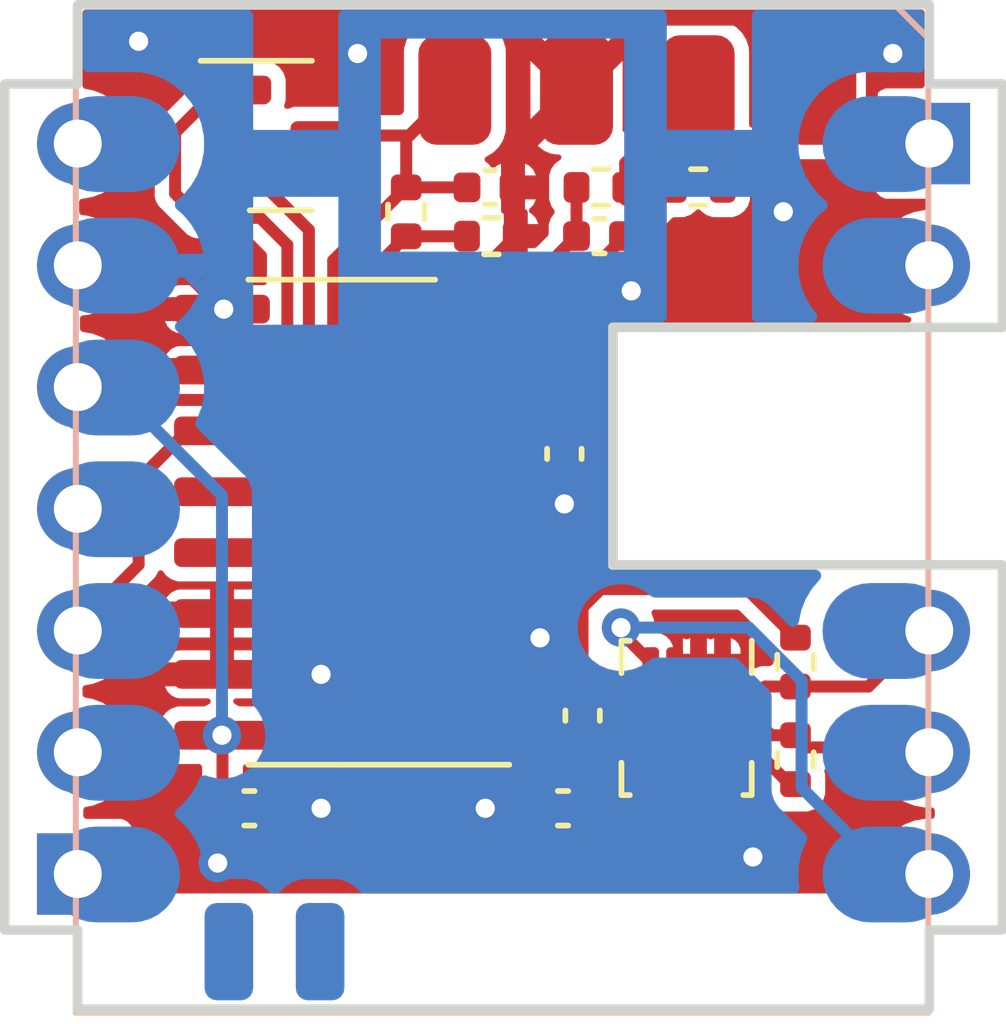
<source format=kicad_pcb>
(kicad_pcb (version 20221018) (generator pcbnew)
  (layers (0 "F.Cu" signal) (31 "B.Cu" signal) (34 "B.Paste" user) (35 "F.Paste" user) (36 "B.SilkS" user "B.Silkscreen") (37 "F.SilkS" user "F.Silkscreen") (38 "B.Mask" user) (39 "F.Mask" user) (44 "Edge.Cuts" user))
  (net 0 "")
  (net 1 "Net-(U2-INA+)")
  (net 2 "Net-(J1-Pin_4)")
  (net 3 "Net-(U2-VBG)")
  (net 4 "GND")
  (net 5 "+3.3V")
  (net 6 "Net-(J1-Pin_1)")
  (net 7 "Net-(J1-Pin_3)")
  (net 8 "Net-(Q1-B)")
  (net 9 "Net-(U2-VFB)")
  (net 10 "/SCL")
  (net 11 "/SDA")
  (net 12 "/MPU_INT")
  (net 13 "/HX_CLK")
  (net 14 "/HX_DATA")
  (net 15 "Net-(J2-Pin_1)")
  (net 16 "Net-(J2-Pin_2)")
  (net 17 "Net-(J3-Pin_1)")
  (net 19 "Net-(J3-Pin_2)")
  (net 20 "Net-(U2-INA-)")
  (net 21 "/5V")
  (footprint "Resistor_SMD:R_0402_1005Metric" (layer "F.Cu") (at 58.674 45.214 -90)
    (fp_text reference "R2" hide)
    (fp_text value "20k")
    (fp_line (start -0.153641 -0.38) (end 0.153641 -0.38) (stroke (width 0.12)) (layer "F.SilkS"))
    (fp_line (start -0.153641 0.38) (end 0.153641 0.38) (stroke (width 0.12)) (layer "F.SilkS"))
    (pad "1" smd roundrect (at -0.51 0 270) (size 0.54 0.64) (layers "F.Cu" "F.Paste" "F.Mask") (net 6 "Net-(J1-Pin_1)"))
    (pad "2" smd roundrect (at 0.51 0 270) (size 0.54 0.64) (layers "F.Cu" "F.Paste" "F.Mask") (net 9 "Net-(U2-VFB)"))
  )
  (footprint "Capacitor_SMD:C_0402_1005Metric" (layer "F.Cu") (at 61.948 57.658)
    (fp_text reference "C5" hide)
    (fp_text value "0.1uF")
    (fp_line (start -0.107836 -0.36) (end 0.107836 -0.36) (stroke (width 0.12)) (layer "F.SilkS"))
    (fp_line (start -0.107836 0.36) (end 0.107836 0.36) (stroke (width 0.12)) (layer "F.SilkS"))
    (pad "1" smd roundrect (at -0.48 0) (size 0.56 0.62) (layers "F.Cu" "F.Paste" "F.Mask") (net 4 "GND"))
    (pad "2" smd roundrect (at 0.48 0) (size 0.56 0.62) (layers "F.Cu" "F.Paste" "F.Mask") (net 5 "+3.3V"))
  )
  (footprint "Resistor_SMD:R_0402_1005Metric" (layer "F.Cu") (at 60.452 45.72)
    (fp_text reference "R3" hide)
    (fp_text value "8.2k")
    (fp_line (start -0.153641 -0.38) (end 0.153641 -0.38) (stroke (width 0.12)) (layer "F.SilkS"))
    (fp_line (start -0.153641 0.38) (end 0.153641 0.38) (stroke (width 0.12)) (layer "F.SilkS"))
    (pad "1" smd roundrect (at -0.51 0) (size 0.54 0.64) (layers "F.Cu" "F.Paste" "F.Mask") (net 9 "Net-(U2-VFB)"))
    (pad "2" smd roundrect (at 0.51 0) (size 0.54 0.64) (layers "F.Cu" "F.Paste" "F.Mask") (net 4 "GND"))
  )
  (footprint "Package_TO_SOT_SMD:SOT-23" (layer "F.Cu") (at 56.0555 43.622)
    (fp_text reference "Q1" hide)
    (fp_text value "S8550" hide)
    (fp_line (start 0 -1.56) (end -1.675 -1.56) (stroke (width 0.12)) (layer "F.SilkS"))
    (fp_line (start 0 -1.56) (end 0.65 -1.56) (stroke (width 0.12)) (layer "F.SilkS"))
    (fp_line (start 0 1.56) (end -0.65 1.56) (stroke (width 0.12)) (layer "F.SilkS"))
    (fp_line (start 0 1.56) (end 0.65 1.56) (stroke (width 0.12)) (layer "F.SilkS"))
    (pad "1" smd roundrect (at -0.9375 -0.95) (size 1.475 0.6) (layers "F.Cu" "F.Paste" "F.Mask") (net 5 "+3.3V"))
    (pad "2" smd roundrect (at -0.9375 0.95) (size 1.475 0.6) (layers "F.Cu" "F.Paste" "F.Mask") (net 8 "Net-(Q1-B)"))
    (pad "3" smd roundrect (at 0.9375 0) (size 1.475 0.6) (layers "F.Cu" "F.Paste" "F.Mask") (net 6 "Net-(J1-Pin_1)"))
  )
  (footprint "Capacitor_SMD:C_0402_1005Metric" (layer "F.Cu") (at 60.424 44.704)
    (fp_text reference "C4" hide)
    (fp_text value "10uF")
    (fp_line (start -0.107836 -0.36) (end 0.107836 -0.36) (stroke (width 0.12)) (layer "F.SilkS"))
    (fp_line (start -0.107836 0.36) (end 0.107836 0.36) (stroke (width 0.12)) (layer "F.SilkS"))
    (pad "1" smd roundrect (at -0.48 0) (size 0.56 0.62) (layers "F.Cu" "F.Paste" "F.Mask") (net 6 "Net-(J1-Pin_1)"))
    (pad "2" smd roundrect (at 0.48 0) (size 0.56 0.62) (layers "F.Cu" "F.Paste" "F.Mask") (net 4 "GND"))
  )
  (footprint "Capacitor_SMD:C_0402_1005Metric" (layer "F.Cu") (at 62.357 55.725 -90)
    (fp_text reference "C6" hide)
    (fp_text value "0.1uF")
    (fp_line (start -0.107836 -0.36) (end 0.107836 -0.36) (stroke (width 0.12)) (layer "F.SilkS"))
    (fp_line (start -0.107836 0.36) (end 0.107836 0.36) (stroke (width 0.12)) (layer "F.SilkS"))
    (pad "1" smd roundrect (at -0.48 0 270) (size 0.56 0.62) (layers "F.Cu" "F.Paste" "F.Mask") (net 5 "+3.3V"))
    (pad "2" smd roundrect (at 0.48 0 270) (size 0.56 0.62) (layers "F.Cu" "F.Paste" "F.Mask") (net 4 "GND"))
  )
  (footprint "Resistor_SMD:R_0402_1005Metric" (layer "F.Cu") (at 66.802 54.608 -90)
    (fp_text reference "R4" hide)
    (fp_text value "10k")
    (fp_line (start -0.153641 -0.38) (end 0.153641 -0.38) (stroke (width 0.12)) (layer "F.SilkS"))
    (fp_line (start -0.153641 0.38) (end 0.153641 0.38) (stroke (width 0.12)) (layer "F.SilkS"))
    (pad "1" smd roundrect (at -0.51 0 270) (size 0.54 0.64) (layers "F.Cu" "F.Paste" "F.Mask") (net 5 "+3.3V"))
    (pad "2" smd roundrect (at 0.51 0 270) (size 0.54 0.64) (layers "F.Cu" "F.Paste" "F.Mask") (net 11 "/SDA"))
  )
  (footprint "Connector_PinHeader_2.54mm:PinHeader_1x07_P2.54mm_Vertical" (layer "F.Cu") (at 51.816 59.0296 180)
    (fp_text reference "J3" hide)
    (fp_text value "Conn_01x07" hide)
    (pad "1" thru_hole rect (at 0 0 180) (size 1.7 1.7) (drill 1) (layers "*.Cu" "*.Mask") (net 17 "Net-(J3-Pin_1)"))
    (pad "2" thru_hole oval (at 0 2.54 180) (size 1.7 1.7) (drill 1) (layers "*.Cu" "*.Mask") (net 19 "Net-(J3-Pin_2)"))
    (pad "3" thru_hole oval (at 0 5.08 180) (size 1.7 1.7) (drill 1) (layers "*.Cu" "*.Mask") (net 14 "/HX_DATA"))
    (pad "4" thru_hole oval (at 0 7.62 180) (size 1.7 1.7) (drill 1) (layers "*.Cu" "*.Mask") (net 13 "/HX_CLK"))
    (pad "5" thru_hole oval (at 0 10.16 180) (size 1.7 1.7) (drill 1) (layers "*.Cu" "*.Mask") (net 5 "+3.3V"))
    (pad "6" thru_hole oval (at 0 12.7 180) (size 1.7 1.7) (drill 1) (layers "*.Cu" "*.Mask") (net 4 "GND"))
    (pad "7" thru_hole oval (at 0 15.24 180) (size 1.7 1.7) (drill 1) (layers "*.Cu" "*.Mask") (net 21 "/5V"))
  )
  (footprint "Resistor_SMD:R_0402_1005Metric" (layer "F.Cu") (at 62.74 44.704)
    (fp_text reference "R1" hide)
    (fp_text value "100")
    (fp_line (start -0.153641 -0.38) (end 0.153641 -0.38) (stroke (width 0.12)) (layer "F.SilkS"))
    (fp_line (start -0.153641 0.38) (end 0.153641 0.38) (stroke (width 0.12)) (layer "F.SilkS"))
    (pad "1" smd roundrect (at -0.51 0) (size 0.54 0.64) (layers "F.Cu" "F.Paste" "F.Mask") (net 1 "Net-(U2-INA+)"))
    (pad "2" smd roundrect (at 0.51 0) (size 0.54 0.64) (layers "F.Cu" "F.Paste" "F.Mask") (net 7 "Net-(J1-Pin_3)"))
  )
  (footprint "powermeter:connecteur" (layer "F.Cu") (at 59.69 42.672 90)
    (fp_text reference "J1" hide)
    (fp_text value "Conn_01x04" hide)
    (pad "1" smd roundrect (at 0 0 90) (size 2.286 1.524) (layers "F.Cu" "F.Mask") (net 6 "Net-(J1-Pin_1)"))
    (pad "2" smd roundrect (at 0 2.54 90) (size 2.286 1.524) (layers "F.Cu" "F.Mask") (net 4 "GND"))
    (pad "3" smd roundrect (at 0 5.08 90) (size 2.286 1.524) (layers "F.Cu" "F.Mask") (net 7 "Net-(J1-Pin_3)"))
    (pad "4" smd roundrect (at 0 7.62 90) (size 2.286 1.524) (layers "F.Cu" "F.Mask") (net 2 "Net-(J1-Pin_4)"))
  )
  (footprint "Capacitor_SMD:C_0402_1005Metric" (layer "F.Cu") (at 55.4 57.658)
    (fp_text reference "C3" hide)
    (fp_text value "10uF")
    (fp_line (start -0.107836 -0.36) (end 0.107836 -0.36) (stroke (width 0.12)) (layer "F.SilkS"))
    (fp_line (start -0.107836 0.36) (end 0.107836 0.36) (stroke (width 0.12)) (layer "F.SilkS"))
    (pad "1" smd roundrect (at -0.48 0) (size 0.56 0.62) (layers "F.Cu" "F.Paste" "F.Mask") (net 5 "+3.3V"))
    (pad "2" smd roundrect (at 0.48 0) (size 0.56 0.62) (layers "F.Cu" "F.Paste" "F.Mask") (net 4 "GND"))
  )
  (footprint "Capacitor_SMD:C_0402_1005Metric" (layer "F.Cu") (at 61.976 50.264 -90)
    (fp_text reference "C2" hide)
    (fp_text value "0.1uF")
    (fp_line (start -0.107836 -0.36) (end 0.107836 -0.36) (stroke (width 0.12)) (layer "F.SilkS"))
    (fp_line (start -0.107836 0.36) (end 0.107836 0.36) (stroke (width 0.12)) (layer "F.SilkS"))
    (pad "1" smd roundrect (at -0.48 0 270) (size 0.56 0.62) (layers "F.Cu" "F.Paste" "F.Mask") (net 3 "Net-(U2-VBG)"))
    (pad "2" smd roundrect (at 0.48 0 270) (size 0.56 0.62) (layers "F.Cu" "F.Paste" "F.Mask") (net 4 "GND"))
  )
  (footprint "Resistor_SMD:R_0402_1005Metric" (layer "F.Cu") (at 66.802 56.644 90)
    (fp_text reference "R5" hide)
    (fp_text value "10k")
    (fp_line (start -0.153641 -0.38) (end 0.153641 -0.38) (stroke (width 0.12)) (layer "F.SilkS"))
    (fp_line (start -0.153641 0.38) (end 0.153641 0.38) (stroke (width 0.12)) (layer "F.SilkS"))
    (pad "1" smd roundrect (at -0.51 0 90) (size 0.54 0.64) (layers "F.Cu" "F.Paste" "F.Mask") (net 5 "+3.3V"))
    (pad "2" smd roundrect (at 0.51 0 90) (size 0.54 0.64) (layers "F.Cu" "F.Paste" "F.Mask") (net 10 "/SCL"))
  )
  (footprint "Package_SO:SOP-16_3.9x9.9mm_P1.27mm" (layer "F.Cu") (at 57.327 51.689 180)
    (fp_text reference "U2" hide)
    (fp_text value "HX711" hide)
    (fp_line (start 0 -5.06) (end -3.5 -5.06) (stroke (width 0.12)) (layer "F.SilkS"))
    (fp_line (start 0 -5.06) (end 1.95 -5.06) (stroke (width 0.12)) (layer "F.SilkS"))
    (fp_line (start 0 5.06) (end -1.95 5.06) (stroke (width 0.12)) (layer "F.SilkS"))
    (fp_line (start 0 5.06) (end 1.95 5.06) (stroke (width 0.12)) (layer "F.SilkS"))
    (pad "1" smd roundrect (at -2.5 -4.445 180) (size 2 0.6) (layers "F.Cu" "F.Paste" "F.Mask") (net 5 "+3.3V"))
    (pad "2" smd roundrect (at -2.5 -3.175 180) (size 2 0.6) (layers "F.Cu" "F.Paste" "F.Mask") (net 8 "Net-(Q1-B)"))
    (pad "3" smd roundrect (at -2.5 -1.905 180) (size 2 0.6) (layers "F.Cu" "F.Paste" "F.Mask") (net 6 "Net-(J1-Pin_1)"))
    (pad "4" smd roundrect (at -2.5 -0.635 180) (size 2 0.6) (layers "F.Cu" "F.Paste" "F.Mask") (net 9 "Net-(U2-VFB)"))
    (pad "5" smd roundrect (at -2.5 0.635 180) (size 2 0.6) (layers "F.Cu" "F.Paste" "F.Mask") (net 4 "GND"))
    (pad "6" smd roundrect (at -2.5 1.905 180) (size 2 0.6) (layers "F.Cu" "F.Paste" "F.Mask") (net 3 "Net-(U2-VBG)"))
    (pad "7" smd roundrect (at -2.5 3.175 180) (size 2 0.6) (layers "F.Cu" "F.Paste" "F.Mask") (net 20 "Net-(U2-INA-)"))
    (pad "8" smd roundrect (at -2.5 4.445 180) (size 2 0.6) (layers "F.Cu" "F.Paste" "F.Mask") (net 1 "Net-(U2-INA+)"))
    (pad "9" smd roundrect (at 2.5 4.445 180) (size 2 0.6) (layers "F.Cu" "F.Paste" "F.Mask") (net 4 "GND"))
    (pad "10" smd roundrect (at 2.5 3.175 180) (size 2 0.6) (layers "F.Cu" "F.Paste" "F.Mask") (net 4 "GND"))
    (pad "11" smd roundrect (at 2.5 1.905 180) (size 2 0.6) (layers "F.Cu" "F.Paste" "F.Mask") (net 13 "/HX_CLK"))
    (pad "12" smd roundrect (at 2.5 0.635 180) (size 2 0.6) (layers "F.Cu" "F.Paste" "F.Mask") (net 14 "/HX_DATA"))
    (pad "13" smd roundrect (at 2.5 -0.635 180) (size 2 0.6) (layers "F.Cu" "F.Paste" "F.Mask"))
    (pad "14" smd roundrect (at 2.5 -1.905 180) (size 2 0.6) (layers "F.Cu" "F.Paste" "F.Mask") (net 4 "GND"))
    (pad "15" smd roundrect (at 2.5 -3.175 180) (size 2 0.6) (layers "F.Cu" "F.Paste" "F.Mask") (net 4 "GND"))
    (pad "16" smd roundrect (at 2.5 -4.445 180) (size 2 0.6) (layers "F.Cu" "F.Paste" "F.Mask") (net 5 "+3.3V"))
  )
  (footprint "Resistor_SMD:R_0402_1005Metric" (layer "F.Cu") (at 64.772 44.704)
    (fp_text reference "R6" hide)
    (fp_text value "100")
    (fp_line (start -0.153641 -0.38) (end 0.153641 -0.38) (stroke (width 0.12)) (layer "F.SilkS"))
    (fp_line (start -0.153641 0.38) (end 0.153641 0.38) (stroke (width 0.12)) (layer "F.SilkS"))
    (pad "1" smd roundrect (at -0.51 0) (size 0.54 0.64) (layers "F.Cu" "F.Paste" "F.Mask") (net 20 "Net-(U2-INA-)"))
    (pad "2" smd roundrect (at 0.51 0) (size 0.54 0.64) (layers "F.Cu" "F.Paste" "F.Mask") (net 2 "Net-(J1-Pin_4)"))
  )
  (footprint "Package_LGA:LGA-14_3x2.5mm_P0.5mm_LayoutBorder3x4y" (layer "F.Cu") (at 64.528 55.7725 -90)
    (fp_text reference "U3" hide)
    (fp_text value "LSM6DS3")
    (fp_line (start -1.61 1.36) (end -1.61 1.185) (stroke (width 0.12)) (layer "F.SilkS"))
    (fp_line (start -0.935 -1.36) (end -1.61 -1.36) (stroke (width 0.12)) (layer "F.SilkS"))
    (fp_line (start -0.935 1.36) (end -1.61 1.36) (stroke (width 0.12)) (layer "F.SilkS"))
    (fp_line (start 0.935 -1.36) (end 1.61 -1.36) (stroke (width 0.12)) (layer "F.SilkS"))
    (fp_line (start 0.935 1.36) (end 1.61 1.36) (stroke (width 0.12)) (layer "F.SilkS"))
    (fp_line (start 1.61 -1.36) (end 1.61 -1.185) (stroke (width 0.12)) (layer "F.SilkS"))
    (fp_line (start 1.61 1.36) (end 1.61 1.185) (stroke (width 0.12)) (layer "F.SilkS"))
    (pad "1" smd roundrect (at -1.1625 -0.75 270) (size 0.625 0.35) (layers "F.Cu" "F.Paste" "F.Mask") (net 4 "GND"))
    (pad "2" smd roundrect (at -1.1625 -0.25 270) (size 0.625 0.35) (layers "F.Cu" "F.Paste" "F.Mask") (net 4 "GND"))
    (pad "3" smd roundrect (at -1.1625 0.25 270) (size 0.625 0.35) (layers "F.Cu" "F.Paste" "F.Mask") (net 4 "GND"))
    (pad "4" smd roundrect (at -1.1625 0.75 270) (size 0.625 0.35) (layers "F.Cu" "F.Paste" "F.Mask") (net 12 "/MPU_INT"))
    (pad "5" smd roundrect (at -0.5 0.9125 270) (size 0.35 0.625) (layers "F.Cu" "F.Paste" "F.Mask") (net 5 "+3.3V"))
    (pad "6" smd roundrect (at 0 0.9125 270) (size 0.35 0.625) (layers "F.Cu" "F.Paste" "F.Mask") (net 4 "GND"))
    (pad "7" smd roundrect (at 0.5 0.9125 270) (size 0.35 0.625) (layers "F.Cu" "F.Paste" "F.Mask") (net 4 "GND"))
    (pad "8" smd roundrect (at 1.1625 0.75 270) (size 0.625 0.35) (layers "F.Cu" "F.Paste" "F.Mask") (net 5 "+3.3V"))
    (pad "9" smd roundrect (at 1.1625 0.25 270) (size 0.625 0.35) (layers "F.Cu" "F.Paste" "F.Mask"))
    (pad "10" smd roundrect (at 1.1625 -0.25 270) (size 0.625 0.35) (layers "F.Cu" "F.Paste" "F.Mask"))
    (pad "11" smd roundrect (at 1.1625 -0.75 270) (size 0.625 0.35) (layers "F.Cu" "F.Paste" "F.Mask"))
    (pad "12" smd roundrect (at 0.5 -0.9125 270) (size 0.35 0.625) (layers "F.Cu" "F.Paste" "F.Mask") (net 5 "+3.3V"))
    (pad "13" smd roundrect (at 0 -0.9125 270) (size 0.35 0.625) (layers "F.Cu" "F.Paste" "F.Mask") (net 10 "/SCL"))
    (pad "14" smd roundrect (at -0.5 -0.9125 270) (size 0.35 0.625) (layers "F.Cu" "F.Paste" "F.Mask") (net 11 "/SDA"))
  )
  (footprint "Capacitor_SMD:C_0402_1005Metric" (layer "F.Cu") (at 62.71 45.72)
    (fp_text reference "C1" hide)
    (fp_text value "0.1uF")
    (fp_line (start -0.107836 -0.36) (end 0.107836 -0.36) (stroke (width 0.12)) (layer "F.SilkS"))
    (fp_line (start -0.107836 0.36) (end 0.107836 0.36) (stroke (width 0.12)) (layer "F.SilkS"))
    (pad "1" smd roundrect (at -0.48 0) (size 0.56 0.62) (layers "F.Cu" "F.Paste" "F.Mask") (net 1 "Net-(U2-INA+)"))
    (pad "2" smd roundrect (at 0.48 0) (size 0.56 0.62) (layers "F.Cu" "F.Paste" "F.Mask") (net 20 "Net-(U2-INA-)"))
  )
  (footprint "Connector_PinHeader_2.54mm:PinHeader_1x07_P2.54mm_Vertical" (layer "F.Cu") (at 69.596 43.7896)
    (fp_text reference "J2" hide)
    (fp_text value "Conn_01x07" hide)
    (pad "1" thru_hole rect (at 0 0) (size 1.7 1.7) (drill 1) (layers "*.Cu" "*.Mask") (net 15 "Net-(J2-Pin_1)"))
    (pad "2" thru_hole oval (at 0 2.54) (size 1.7 1.7) (drill 1) (layers "*.Cu" "*.Mask") (net 16 "Net-(J2-Pin_2)"))
    (pad "5" thru_hole oval (at 0 10.16) (size 1.7 1.7) (drill 1) (layers "*.Cu" "*.Mask") (net 11 "/SDA"))
    (pad "6" thru_hole oval (at 0 12.7) (size 1.7 1.7) (drill 1) (layers "*.Cu" "*.Mask") (net 10 "/SCL"))
    (pad "7" thru_hole oval (at 0 15.24) (size 1.7 1.7) (drill 1) (layers "*.Cu" "*.Mask") (net 12 "/MPU_INT"))
  )
  (footprint "powermeter:MOUDLE16P-SMD-2.54-21X17.8MM" (layer "B.Cu") (at 69.576 61.91925 180)
    (fp_text reference "U1" hide)
    (fp_text value "XIAO BLE")
    (fp_line (start 0 0) (end 17.8 0) (stroke (width 0.127)) (layer "B.SilkS"))
    (fp_line (start 0 20.3285) (end 0 0) (stroke (width 0.127)) (layer "B.SilkS"))
    (fp_line (start 0.671541 21) (end 0 20.3285) (stroke (width 0.127)) (layer "B.SilkS"))
    (fp_line (start 17.8 0) (end 17.8 21) (stroke (width 0.127)) (layer "B.SilkS"))
    (fp_line (start 17.8 21) (end 0.671541 21) (stroke (width 0.127)) (layer "B.SilkS"))
    (pad "1" smd roundrect (at 0.835 18.12 180) (size 2.75 2) (layers "B.Cu" "B.Paste" "B.Mask") (roundrect_rratio 0.5) (net 15 "Net-(J2-Pin_1)"))
    (pad "2" smd roundrect (at 0.835 15.58 180) (size 2.75 2) (layers "B.Cu" "B.Paste" "B.Mask") (roundrect_rratio 0.5) (net 16 "Net-(J2-Pin_2)"))
    (pad "5" smd roundrect (at 0.835 7.96 180) (size 2.75 2) (layers "B.Cu" "B.Paste" "B.Mask") (roundrect_rratio 0.5) (net 11 "/SDA"))
    (pad "6" smd roundrect (at 0.835 5.42 180) (size 2.75 2) (layers "B.Cu" "B.Paste" "B.Mask") (roundrect_rratio 0.5) (net 10 "/SCL"))
    (pad "7" smd roundrect (at 0.835 2.88 180) (size 2.75 2) (layers "B.Cu" "B.Paste" "B.Mask") (roundrect_rratio 0.5) (net 12 "/MPU_INT"))
    (pad "8" smd roundrect (at 17 2.88 180) (size 2.75 2) (layers "B.Cu" "B.Paste" "B.Mask") (roundrect_rratio 0.5) (net 17 "Net-(J3-Pin_1)"))
    (pad "9" smd roundrect (at 17 5.42 180) (size 2.75 2) (layers "B.Cu" "B.Paste" "B.Mask") (roundrect_rratio 0.5) (net 19 "Net-(J3-Pin_2)"))
    (pad "10" smd roundrect (at 17 7.96 180) (size 2.75 2) (layers "B.Cu" "B.Paste" "B.Mask") (roundrect_rratio 0.5) (net 14 "/HX_DATA"))
    (pad "11" smd roundrect (at 17 10.5 180) (size 2.75 2) (layers "B.Cu" "B.Paste" "B.Mask") (roundrect_rratio 0.5) (net 13 "/HX_CLK"))
    (pad "12" smd roundrect (at 17 13.04 180) (size 2.75 2) (layers "B.Cu" "B.Paste" "B.Mask") (roundrect_rratio 0.5) (net 5 "+3.3V"))
    (pad "13" smd roundrect (at 17 15.58 180) (size 2.75 2) (layers "B.Cu" "B.Paste" "B.Mask") (roundrect_rratio 0.5) (net 4 "GND"))
    (pad "14" smd roundrect (at 17 18.12 180) (size 2.75 2) (layers "B.Cu" "B.Paste" "B.Mask") (roundrect_rratio 0.5) (net 21 "/5V"))
    (pad "15" smd roundrect (at 12.7 1.27 90) (size 2.032 1.016) (layers "B.Cu" "B.Paste" "B.Mask"))
    (pad "16" smd roundrect (at 14.605 1.27 90) (size 2.032 1.016) (layers "B.Cu" "B.Paste" "B.Mask"))
    (zone (net 0) (net_name "") (layer "B.Cu") (connect_pads (clearance 0)) (min_thickness 0.01)
      (keepout (tracks not_allowed) (vias not_allowed) (pads not_allowed) (copperpour not_allowed) (footprints allowed))
      (fill (thermal_gap 0.508) (thermal_bridge_width 0.508))
      (polygon (pts (xy 57.257 40.83725) (xy 55.479 40.83725) (xy 55.479 43.50425) (xy 57.257 43.50425)))
    )
    (zone (net 0) (net_name "") (layer "B.Cu") (connect_pads (clearance 0)) (min_thickness 0.01)
      (keepout (tracks not_allowed) (vias not_allowed) (pads not_allowed) (copperpour not_allowed) (footprints allowed))
      (fill (thermal_gap 0.508) (thermal_bridge_width 0.508))
      (polygon (pts (xy 57.257 44.90125) (xy 55.479 44.90125) (xy 55.479 47.56825) (xy 57.257 47.56825)))
    )
    (zone (net 0) (net_name "") (layer "B.Cu") (connect_pads (clearance 0)) (min_thickness 0.01)
      (keepout (tracks not_allowed) (vias not_allowed) (pads not_allowed) (copperpour not_allowed) (footprints allowed))
      (fill (thermal_gap 0.508) (thermal_bridge_width 0.508))
      (polygon (pts (xy 63.226 41.59925) (xy 58.146 41.59925) (xy 58.146 46.04425) (xy 63.226 46.04425)))
    )
    (zone (net 0) (net_name "") (layer "B.Cu") (connect_pads (clearance 0)) (min_thickness 0.01)
      (keepout (tracks not_allowed) (vias not_allowed) (pads not_allowed) (copperpour not_allowed) (footprints allowed))
      (fill (thermal_gap 0.508) (thermal_bridge_width 0.508))
      (polygon (pts (xy 65.893 40.83725) (xy 64.115 40.83725) (xy 64.115 43.50425) (xy 65.893 43.50425)))
    )
    (zone (net 0) (net_name "") (layer "B.Cu") (connect_pads (clearance 0)) (min_thickness 0.01)
      (keepout (tracks not_allowed) (vias not_allowed) (pads not_allowed) (copperpour not_allowed) (footprints allowed))
      (fill (thermal_gap 0.508) (thermal_bridge_width 0.508))
      (polygon (pts (xy 65.893 44.90125) (xy 64.115 44.90125) (xy 64.115 47.56825) (xy 65.893 47.56825)))
    )
    (zone (net 0) (net_name "") (layer "B.Cu") (connect_pads (clearance 0)) (min_thickness 0.01)
      (keepout (tracks not_allowed) (vias not_allowed) (pads not_allowed) (copperpour not_allowed) (footprints allowed))
      (fill (thermal_gap 0.508) (thermal_bridge_width 0.508))
      (polygon (pts (xy 66.7185 49.02875) (xy 63.5435 49.02875) (xy 63.5435 51.31475) (xy 66.7185 51.31475)))
    )
  )
  (gr_poly (pts (xy 51.816 40.894) (xy 69.596 40.894) (xy 69.596 42.545) (xy 71.12 42.545) (xy 71.12 47.625) (xy 62.992 47.625) (xy 62.992 52.578) (xy 71.12 52.578) (xy 71.12 60.198) (xy 69.596 60.198) (xy 69.596 61.849) (xy 51.816 61.849) (xy 51.816 60.198) (xy 50.292 60.198) (xy 50.292 42.545) (xy 51.816 42.545)) (stroke (width 0.2)) (fill none) (layer "Edge.Cuts"))
  (segment (start 60.706 47.244) (end 59.827 47.244) (width 0.25) (layer "F.Cu") (net 1))
  (segment (start 62.23 45.72) (end 60.706 47.244) (width 0.25) (layer "F.Cu") (net 1))
  (segment (start 62.23 44.704) (end 62.23 45.72) (width 0.25) (layer "F.Cu") (net 1))
  (segment (start 65.282 44.7) (end 67.31 42.672) (width 0.25) (layer "F.Cu") (net 2))
  (segment (start 65.282 44.704) (end 65.282 44.7) (width 0.25) (layer "F.Cu") (net 2))
  (segment (start 59.827 49.784) (end 61.976 49.784) (width 0.25) (layer "F.Cu") (net 3))
  (segment (start 66.911434 45.212) (end 66.548 45.212) (width 0.25) (layer "F.Cu") (net 4))
  (segment (start 60.071 46.619) (end 58.669396 46.619) (width 0.25) (layer "F.Cu") (net 4))
  (segment (start 63.6155 55.7725) (end 63.927999 55.7725) (width 0.25) (layer "F.Cu") (net 4))
  (segment (start 54.827 47.244) (end 54.864 47.244) (width 0.25) (layer "F.Cu") (net 4))
  (segment (start 60.962 45.72) (end 60.962 44.762) (width 0.25) (layer "F.Cu") (net 4))
  (segment (start 64.278 55.422499) (end 64.278 54.61) (width 0.25) (layer "F.Cu") (net 4))
  (segment (start 63.548 56.205) (end 63.6155 56.2725) (width 0.25) (layer "F.Cu") (net 4))
  (segment (start 53.086 41.656) (end 53.086 44.958) (width 0.25) (layer "F.Cu") (net 4))
  (segment (start 62.357 56.205) (end 63.548 56.205) (width 0.25) (layer "F.Cu") (net 4))
  (segment (start 61.666 51.054) (end 61.976 50.744) (width 0.25) (layer "F.Cu") (net 4))
  (segment (start 58.42 50.8) (end 58.674 51.054) (width 0.25) (layer "F.Cu") (net 4))
  (segment (start 60.317 46.373) (end 60.071 46.619) (width 0.25) (layer "F.Cu") (net 4))
  (segment (start 61.468 57.023) (end 61.468 57.658) (width 0.25) (layer "F.Cu") (net 4))
  (segment (start 60.762 41.204) (end 67.983434 41.204) (width 0.25) (layer "F.Cu") (net 4))
  (segment (start 65.278 54.61) (end 64.778 54.61) (width 0.25) (layer "F.Cu") (net 4))
  (segment (start 56.134 53.594) (end 54.827 53.594) (width 0.25) (layer "F.Cu") (net 4))
  (segment (start 53.594 46.482) (end 54.065 46.482) (width 0.25) (layer "F.Cu") (net 4))
  (segment (start 56.896 54.356) (end 56.134 53.594) (width 0.25) (layer "F.Cu") (net 4))
  (segment (start 60.962 45.72) (end 60.317 46.365) (width 0.25) (layer "F.Cu") (net 4))
  (segment (start 53.086 44.958) (end 53.594 45.466) (width 0.25) (layer "F.Cu") (net 4))
  (segment (start 68.541566 41.617566) (end 68.834 41.91) (width 0.25) (layer "F.Cu") (net 4))
  (segment (start 54.827 54.864) (end 56.896 54.864) (width 0.25) (layer "F.Cu") (net 4))
  (segment (start 53.594 46.228) (end 53.594 46.482) (width 0.25) (layer "F.Cu") (net 4))
  (segment (start 68.397 43.726434) (end 66.911434 45.212) (width 0.25) (layer "F.Cu") (net 4))
  (segment (start 60.962 44.762) (end 60.904 44.704) (width 0.25) (layer "F.Cu") (net 4))
  (segment (start 58.669396 46.619) (end 58.42 46.868396) (width 0.25) (layer "F.Cu") (net 4))
  (segment (start 60.325 57.658) (end 61.468 57.658) (width 0.25) (layer "F.Cu") (net 4))
  (segment (start 51.816 46.228) (end 53.594 46.228) (width 0.25) (layer "F.Cu") (net 4))
  (segment (start 68.397 41.617566) (end 68.541566 41.617566) (width 0.25) (layer "F.Cu") (net 4))
  (segment (start 53.594 45.466) (end 53.594 46.228) (width 0.25) (layer "F.Cu") (net 4))
  (segment (start 67.983434 41.204) (end 68.397 41.617566) (width 0.25) (layer "F.Cu") (net 4))
  (segment (start 62.286 56.205) (end 61.468 57.023) (width 0.25) (layer "F.Cu") (net 4))
  (segment (start 63.6155 55.7725) (end 63.6155 56.2725) (width 0.25) (layer "F.Cu") (net 4))
  (segment (start 54.864 47.244) (end 54.827 48.514) (width 0.25) (layer "F.Cu") (net 4))
  (segment (start 61.976 51.562) (end 61.976 50.744) (width 0.25) (layer "F.Cu") (net 4))
  (segment (start 54.065 46.482) (end 54.827 47.244) (width 0.25) (layer "F.Cu") (net 4))
  (segment (start 53.538 41.204) (end 60.762 41.204) (width 0.25) (layer "F.Cu") (net 4))
  (segment (start 62.357 56.205) (end 62.286 56.205) (width 0.25) (layer "F.Cu") (net 4))
  (segment (start 58.42 46.868396) (end 58.42 50.8) (width 0.25) (layer "F.Cu") (net 4))
  (segment (start 60.325 57.658) (end 56.896 57.658) (width 0.25) (layer "F.Cu") (net 4))
  (segment (start 56.896 54.864) (end 56.896 54.356) (width 0.25) (layer "F.Cu") (net 4))
  (segment (start 64.778 54.61) (end 64.278 54.61) (width 0.25) (layer "F.Cu") (net 4))
  (segment (start 53.086 41.656) (end 53.538 41.204) (width 0.25) (layer "F.Cu") (net 4))
  (segment (start 60.317 46.365) (end 60.317 46.373) (width 0.25) (layer "F.Cu") (net 4))
  (segment (start 58.674 51.054) (end 59.827 51.054) (width 0.25) (layer "F.Cu") (net 4))
  (segment (start 59.827 51.054) (end 61.666 51.054) (width 0.25) (layer "F.Cu") (net 4))
  (segment (start 56.896 57.658) (end 55.88 57.658) (width 0.25) (layer "F.Cu") (net 4))
  (segment (start 60.904 44.704) (end 60.904 43.998) (width 0.25) (layer "F.Cu") (net 4))
  (segment (start 63.927999 55.7725) (end 64.278 55.422499) (width 0.25) (layer "F.Cu") (net 4))
  (segment (start 60.904 43.998) (end 62.23 42.672) (width 0.25) (layer "F.Cu") (net 4))
  (segment (start 62.23 42.672) (end 60.762 41.204) (width 0.25) (layer "F.Cu") (net 4))
  (segment (start 68.397 41.617566) (end 68.397 43.726434) (width 0.25) (layer "F.Cu") (net 4))
  (via (at 56.896 54.864) (size 0.8) (drill 0.4) (layers "F.Cu" "B.Cu") (net 4))
  (via (at 54.737 58.801) (size 0.8) (drill 0.4) (layers "F.Cu" "B.Cu") (net 4))
  (via (at 60.325 57.658) (size 0.8) (drill 0.4) (layers "F.Cu" "B.Cu") (net 4))
  (via (at 57.658 41.91) (size 0.8) (drill 0.4) (layers "F.Cu" "B.Cu") (net 4))
  (via (at 68.834 41.91) (size 0.8) (drill 0.4) (layers "F.Cu" "B.Cu") (net 4))
  (via (at 61.468 54.102) (size 0.8) (drill 0.4) (layers "F.Cu" "B.Cu") (net 4))
  (via (at 53.086 41.656) (size 0.8) (drill 0.4) (layers "F.Cu" "B.Cu") (net 4))
  (via (at 54.864 47.244) (size 0.8) (drill 0.4) (layers "F.Cu" "B.Cu") (net 4))
  (via (at 63.373 46.863) (size 0.8) (drill 0.4) (layers "F.Cu" "B.Cu") (net 4))
  (via (at 66.548 45.212) (size 0.8) (drill 0.4) (layers "F.Cu" "B.Cu") (net 4))
  (via (at 61.976 51.308) (size 0.8) (drill 0.4) (layers "F.Cu" "B.Cu") (net 4))
  (via (at 65.913 58.674) (size 0.8) (drill 0.4) (layers "F.Cu" "B.Cu") (net 4))
  (via (at 56.896 57.658) (size 0.8) (drill 0.4) (layers "F.Cu" "B.Cu") (net 4))
  (segment (start 56.896 57.658) (end 56.896 54.61) (width 0.25) (layer "B.Cu") (net 4))
  (segment (start 60.452 51.308) (end 61.976 51.308) (width 0.25) (layer "B.Cu") (net 4))
  (segment (start 56.896 49.276) (end 56.896 50.583) (width 0.25) (layer "B.Cu") (net 4))
  (segment (start 56.896 54.864) (end 60.452 51.308) (width 0.25) (layer "B.Cu") (net 4))
  (segment (start 56.896 50.583) (end 56.896 54.864) (width 0.25) (layer "B.Cu") (net 4))
  (segment (start 54.864 47.244) (end 53.95925 46.33925) (width 0.25) (layer "B.Cu") (net 4))
  (segment (start 53.95925 46.33925) (end 52.576 46.33925) (width 0.25) (layer "B.Cu") (net 4))
  (segment (start 54.864 47.244) (end 56.896 49.276) (width 0.25) (layer "B.Cu") (net 4))
  (segment (start 54.838 56.145) (end 54.827 56.134) (width 0.25) (layer "F.Cu") (net 5))
  (segment (start 62.357 55.245) (end 62.357 53.467) (width 0.25) (layer "F.Cu") (net 5))
  (segment (start 53.848 43.561) (end 53.848 44.831) (width 0.25) (layer "F.Cu") (net 5))
  (segment (start 62.738 53.086) (end 65.79 53.086) (width 0.25) (layer "F.Cu") (net 5))
  (segment (start 56.192 48.964) (end 56.017 49.139) (width 0.25) (layer "F.Cu") (net 5))
  (segment (start 65.79 53.086) (end 66.802 54.098) (width 0.25) (layer "F.Cu") (net 5))
  (segment (start 64.188501 57.658) (end 65.659 57.658) (width 0.25) (layer "F.Cu") (net 5))
  (segment (start 63.778 57.247499) (end 64.188501 57.658) (width 0.25) (layer "F.Cu") (net 5))
  (segment (start 61.722 58.547) (end 62.428 57.841) (width 0.25) (layer "F.Cu") (net 5))
  (segment (start 53.848 44.831) (end 54.356 45.339) (width 0.25) (layer "F.Cu") (net 5))
  (segment (start 55.626 45.339) (end 56.192 45.905) (width 0.25) (layer "F.Cu") (net 5))
  (segment (start 54.838 57.658) (end 54.838 55.891) (width 0.25) (layer "F.Cu") (net 5))
  (segment (start 55.118 42.672) (end 54.737 42.672) (width 0.25) (layer "F.Cu") (net 5))
  (segment (start 56.192 45.905) (end 56.192 48.964) (width 0.25) (layer "F.Cu") (net 5))
  (segment (start 51.933 48.885) (end 51.816 48.768) (width 0.25) (layer "F.Cu") (net 5))
  (segment (start 63.778 56.935) (end 63.778 57.247499) (width 0.25) (layer "F.Cu") (net 5))
  (segment (start 65.913 56.388) (end 65.7975 56.2725) (width 0.25) (layer "F.Cu") (net 5))
  (segment (start 62.3845 55.2725) (end 62.357 55.245) (width 0.25) (layer "F.Cu") (net 5))
  (segment (start 54.92 57.658) (end 54.92 57.714) (width 0.25) (layer "F.Cu") (net 5))
  (segment (start 54.92 57.714) (end 55.753 58.547) (width 0.25) (layer "F.Cu") (net 5))
  (segment (start 62.357 53.467) (end 62.738 53.086) (width 0.25) (layer "F.Cu") (net 5))
  (segment (start 57.15 56.134) (end 54.827 56.134) (width 0.25) (layer "F.Cu") (net 5))
  (segment (start 65.659 57.658) (end 65.913 57.404) (width 0.25) (layer "F.Cu") (net 5))
  (segment (start 63.055 57.658) (end 63.778 56.935) (width 0.25) (layer "F.Cu") (net 5))
  (segment (start 66.802 57.154) (end 66.679 57.154) (width 0.25) (layer "F.Cu") (net 5))
  (segment (start 54.356 45.339) (end 55.626 45.339) (width 0.25) (layer "F.Cu") (net 5))
  (segment (start 62.428 57.841) (end 62.428 57.658) (width 0.25) (layer "F.Cu") (net 5))
  (segment (start 62.428 57.658) (end 63.055 57.658) (width 0.25) (layer "F.Cu") (net 5))
  (segment (start 56.017 49.139) (end 51.933 49.139) (width 0.25) (layer "F.Cu") (net 5))
  (segment (start 61.722 55.245) (end 62.357 55.245) (width 0.25) (layer "F.Cu") (net 5))
  (segment (start 63.6155 55.2725) (end 62.3845 55.2725) (width 0.25) (layer "F.Cu") (net 5))
  (segment (start 65.7975 56.2725) (end 65.4405 56.2725) (width 0.25) (layer "F.Cu") (net 5))
  (segment (start 66.679 57.154) (end 65.913 56.388) (width 0.25) (layer "F.Cu") (net 5))
  (segment (start 65.913 57.404) (end 65.913 56.388) (width 0.25) (layer "F.Cu") (net 5))
  (segment (start 55.753 58.547) (end 61.722 58.547) (width 0.25) (layer "F.Cu") (net 5))
  (segment (start 54.737 42.672) (end 53.848 43.561) (width 0.25) (layer "F.Cu") (net 5))
  (segment (start 59.827 56.134) (end 57.15 56.134) (width 0.25) (layer "F.Cu") (net 5))
  (segment (start 60.833 56.134) (end 61.722 55.245) (width 0.25) (layer "F.Cu") (net 5))
  (segment (start 59.827 56.134) (end 60.833 56.134) (width 0.25) (layer "F.Cu") (net 5))
  (via (at 54.827 56.134) (size 0.8) (drill 0.4) (layers "F.Cu" "B.Cu") (net 5))
  (segment (start 54.827 56.134) (end 54.827 51.13025) (width 0.25) (layer "B.Cu") (net 5))
  (segment (start 54.827 51.13025) (end 52.576 48.87925) (width 0.25) (layer "B.Cu") (net 5))
  (segment (start 57.15 46.228) (end 57.15 51.943) (width 0.25) (layer "F.Cu") (net 6))
  (segment (start 58.674 43.688) (end 59.69 42.672) (width 0.25) (layer "F.Cu") (net 6))
  (segment (start 58.674 44.704) (end 58.674 43.688) (width 0.25) (layer "F.Cu") (net 6))
  (segment (start 58.674 44.704) (end 59.944 44.704) (width 0.25) (layer "F.Cu") (net 6))
  (segment (start 57.15 51.943) (end 58.801 53.594) (width 0.25) (layer "F.Cu") (net 6))
  (segment (start 56.993 43.622) (end 58.74 43.622) (width 0.25) (layer "F.Cu") (net 6))
  (segment (start 58.674 44.704) (end 57.15 46.228) (width 0.25) (layer "F.Cu") (net 6))
  (segment (start 58.801 53.594) (end 59.827 53.594) (width 0.25) (layer "F.Cu") (net 6))
  (segment (start 58.74 43.622) (end 59.69 42.672) (width 0.25) (layer "F.Cu") (net 6))
  (segment (start 63.246 44.196) (end 63.246 44.958) (width 0.25) (layer "F.Cu") (net 7))
  (segment (start 64.77 42.672) (end 63.246 44.196) (width 0.25) (layer "F.Cu") (net 7))
  (segment (start 56.642 52.578) (end 58.928 54.864) (width 0.25) (layer "F.Cu") (net 8))
  (segment (start 56.642 45.593) (end 56.642 52.578) (width 0.25) (layer "F.Cu") (net 8))
  (segment (start 55.118 44.572) (end 55.621 44.572) (width 0.25) (layer "F.Cu") (net 8))
  (segment (start 58.928 54.864) (end 59.827 54.864) (width 0.25) (layer "F.Cu") (net 8))
  (segment (start 55.621 44.572) (end 56.642 45.593) (width 0.25) (layer "F.Cu") (net 8))
  (segment (start 58.674 45.724) (end 57.658 46.74) (width 0.25) (layer "F.Cu") (net 9))
  (segment (start 57.658 51.154999) (end 58.827001 52.324) (width 0.25) (layer "F.Cu") (net 9))
  (segment (start 59.938 45.724) (end 59.942 45.72) (width 0.25) (layer "F.Cu") (net 9))
  (segment (start 58.827001 52.324) (end 59.827 52.324) (width 0.25) (layer "F.Cu") (net 9))
  (segment (start 58.674 45.724) (end 59.938 45.724) (width 0.25) (layer "F.Cu") (net 9))
  (segment (start 57.658 46.74) (end 57.658 51.154999) (width 0.25) (layer "F.Cu") (net 9))
  (segment (start 65.4405 55.7725) (end 65.9325 55.7725) (width 0.25) (layer "F.Cu") (net 10))
  (segment (start 67.056 56.388) (end 66.802 56.134) (width 0.25) (layer "F.Cu") (net 10))
  (segment (start 69.327195 56.369195) (end 69.327853 56.394876) (width 0.25) (layer "F.Cu") (net 10))
  (segment (start 65.9325 55.7725) (end 66.294 56.134) (width 0.25) (layer "F.Cu") (net 10))
  (segment (start 69.596 56.388) (end 67.056 56.388) (width 0.25) (layer "F.Cu") (net 10))
  (segment (start 69.088 55.88) (end 69.596 56.388) (width 0.25) (layer "F.Cu") (net 10))
  (segment (start 66.294 56.134) (end 66.802 56.134) (width 0.25) (layer "F.Cu") (net 10))
  (segment (start 69.258224 53.852) (end 69.262768 53.856544) (width 0.25) (layer "F.Cu") (net 11))
  (segment (start 66.0125 55.2725) (end 66.167 55.118) (width 0.25) (layer "F.Cu") (net 11))
  (segment (start 66.167 55.118) (end 66.802 55.118) (width 0.25) (layer "F.Cu") (net 11))
  (segment (start 66.802 55.118) (end 68.326 55.118) (width 0.25) (layer "F.Cu") (net 11))
  (segment (start 65.4405 55.2725) (end 66.0125 55.2725) (width 0.25) (layer "F.Cu") (net 11))
  (segment (start 68.326 55.118) (end 69.596 53.848) (width 0.25) (layer "F.Cu") (net 11))
  (segment (start 63.159017 53.991017) (end 63.778 54.61) (width 0.25) (layer "F.Cu") (net 12))
  (segment (start 63.159017 53.888017) (end 63.159017 53.991017) (width 0.25) (layer "F.Cu") (net 12))
  (via (at 63.159017 53.888017) (size 0.8) (drill 0.4) (layers "F.Cu" "B.Cu") (net 12))
  (segment (start 66.929 54.991) (end 66.929 57.22725) (width 0.25) (layer "B.Cu") (net 12))
  (segment (start 65.826017 53.888017) (end 66.929 54.991) (width 0.25) (layer "B.Cu") (net 12))
  (segment (start 63.159017 53.888017) (end 65.826017 53.888017) (width 0.25) (layer "B.Cu") (net 12))
  (segment (start 66.929 57.22725) (end 68.741 59.03925) (width 0.25) (layer "B.Cu") (net 12))
  (segment (start 54.102 49.784) (end 52.4764 51.4096) (width 0.25) (layer "F.Cu") (net 13))
  (segment (start 52.4764 51.4096) (end 51.816 51.4096) (width 0.25) (layer "F.Cu") (net 13))
  (segment (start 54.827 49.784) (end 54.102 49.784) (width 0.25) (layer "F.Cu") (net 13))
  (segment (start 53.086 51.795001) (end 53.827001 51.054) (width 0.25) (layer "F.Cu") (net 14))
  (segment (start 53.086 52.578) (end 51.941 53.723) (width 0.25) (layer "F.Cu") (net 14))
  (segment (start 54.827 51.054) (end 53.827001 51.054) (width 0.25) (layer "F.Cu") (net 14))
  (segment (start 53.086 52.578) (end 53.086 51.795001) (width 0.25) (layer "F.Cu") (net 14))
  (segment (start 51.941 53.723) (end 51.941 53.848) (width 0.25) (layer "F.Cu") (net 14))
  (segment (start 63.246 45.72) (end 63.19 45.72) (width 0.25) (layer "F.Cu") (net 20))
  (segment (start 64.262 44.704) (end 63.246 45.72) (width 0.25) (layer "F.Cu") (net 20))
  (segment (start 63.19 45.776) (end 60.706 48.26) (width 0.25) (layer "F.Cu") (net 20))
  (segment (start 63.19 45.72) (end 63.19 45.776) (width 0.25) (layer "F.Cu") (net 20))
  (segment (start 60.706 48.514) (end 59.827 48.514) (width 0.25) (layer "F.Cu") (net 20))
  (zone (net 4) (net_name "GND") (layer "F.Cu") (priority 1) (connect_pads (clearance 0.3)) (min_thickness 0.127) (fill yes (thermal_gap 0.2) (thermal_bridge_width 0.5))
    (polygon (pts (xy 51.816 40.894) (xy 51.943 59.436) (xy 69.723 59.436) (xy 69.596 40.894)))
  )
  (zone (net 4) (net_name "GND") (layer "B.Cu") (connect_pads (clearance 0.5)) (min_thickness 0.25) (fill yes (thermal_gap 0.5) (thermal_bridge_width 0.5))
    (polygon (pts (xy 51.816 40.894) (xy 51.816 59.436) (xy 69.596 59.436) (xy 69.596 40.894)))
  )
)
</source>
